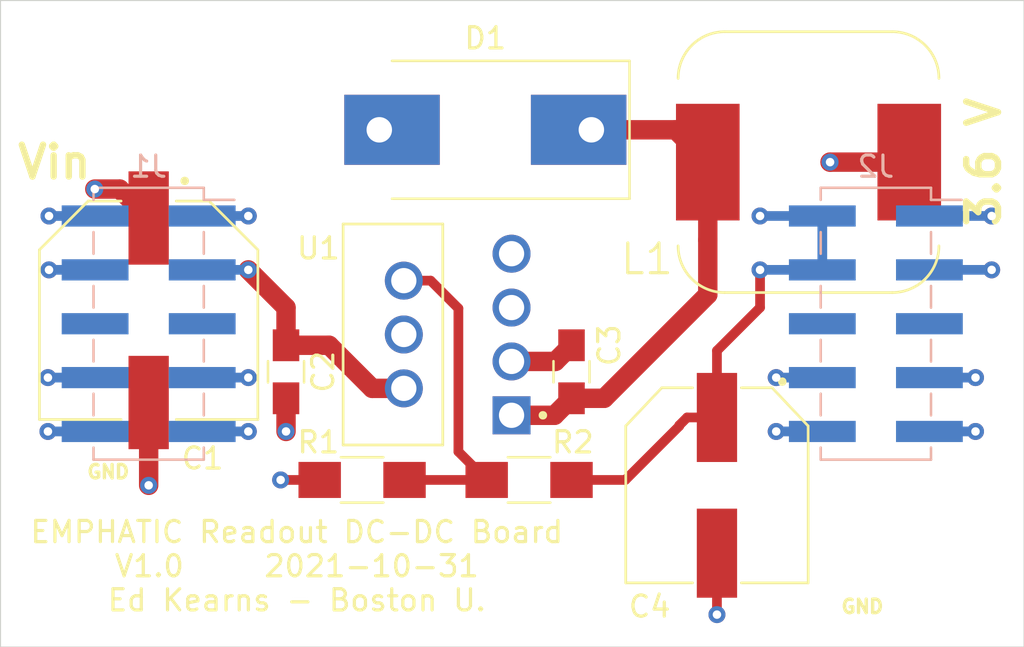
<source format=kicad_pcb>
(kicad_pcb (version 20171130) (host pcbnew "(5.1.5-0-10_14)")

  (general
    (thickness 1.6)
    (drawings 9)
    (tracks 77)
    (zones 0)
    (modules 11)
    (nets 12)
  )

  (page A4)
  (layers
    (0 F.Cu signal)
    (1 In1.Cu signal hide)
    (2 In2.Cu signal)
    (31 B.Cu signal)
    (32 B.Adhes user)
    (33 F.Adhes user)
    (34 B.Paste user)
    (35 F.Paste user)
    (36 B.SilkS user)
    (37 F.SilkS user)
    (38 B.Mask user)
    (39 F.Mask user)
    (40 Dwgs.User user hide)
    (41 Cmts.User user hide)
    (42 Eco1.User user hide)
    (43 Eco2.User user hide)
    (44 Edge.Cuts user)
    (45 Margin user)
    (46 B.CrtYd user hide)
    (47 F.CrtYd user hide)
    (48 B.Fab user hide)
    (49 F.Fab user hide)
  )

  (setup
    (last_trace_width 0.25)
    (user_trace_width 0.4572)
    (user_trace_width 0.9144)
    (trace_clearance 0.2)
    (zone_clearance 0.508)
    (zone_45_only no)
    (trace_min 0.2)
    (via_size 0.8)
    (via_drill 0.4)
    (via_min_size 0.4)
    (via_min_drill 0.3)
    (uvia_size 0.3)
    (uvia_drill 0.1)
    (uvias_allowed no)
    (uvia_min_size 0.2)
    (uvia_min_drill 0.1)
    (edge_width 0.05)
    (segment_width 0.2)
    (pcb_text_width 0.3)
    (pcb_text_size 1.5 1.5)
    (mod_edge_width 0.12)
    (mod_text_size 1 1)
    (mod_text_width 0.15)
    (pad_size 1.524 1.524)
    (pad_drill 0.762)
    (pad_to_mask_clearance 0)
    (aux_axis_origin 0 0)
    (visible_elements FFFFFF7F)
    (pcbplotparams
      (layerselection 0x010fc_ffffffff)
      (usegerberextensions true)
      (usegerberattributes false)
      (usegerberadvancedattributes false)
      (creategerberjobfile false)
      (excludeedgelayer true)
      (linewidth 0.100000)
      (plotframeref false)
      (viasonmask false)
      (mode 1)
      (useauxorigin false)
      (hpglpennumber 1)
      (hpglpenspeed 20)
      (hpglpendiameter 15.000000)
      (psnegative false)
      (psa4output false)
      (plotreference true)
      (plotvalue false)
      (plotinvisibletext false)
      (padsonsilk false)
      (subtractmaskfromsilk true)
      (outputformat 1)
      (mirror false)
      (drillshape 0)
      (scaleselection 1)
      (outputdirectory "GERBER/"))
  )

  (net 0 "")
  (net 1 "Net-(C1-Pad1)")
  (net 2 GND)
  (net 3 "Net-(C3-Pad1)")
  (net 4 "Net-(C3-Pad2)")
  (net 5 "Net-(C4-Pad1)")
  (net 6 "Net-(J1-Pad6)")
  (net 7 "Net-(J1-Pad5)")
  (net 8 "Net-(J2-Pad5)")
  (net 9 "Net-(J2-Pad6)")
  (net 10 "Net-(R1-Pad2)")
  (net 11 "Net-(U1-Pad7)")

  (net_class Default "This is the default net class."
    (clearance 0.2)
    (trace_width 0.25)
    (via_dia 0.8)
    (via_drill 0.4)
    (uvia_dia 0.3)
    (uvia_drill 0.1)
    (add_net GND)
    (add_net "Net-(C1-Pad1)")
    (add_net "Net-(C3-Pad1)")
    (add_net "Net-(C3-Pad2)")
    (add_net "Net-(C4-Pad1)")
    (add_net "Net-(J1-Pad5)")
    (add_net "Net-(J1-Pad6)")
    (add_net "Net-(J2-Pad5)")
    (add_net "Net-(J2-Pad6)")
    (add_net "Net-(R1-Pad2)")
    (add_net "Net-(U1-Pad7)")
  )

  (module MSS1210-153MEB:IND_MSS1210-153MEB (layer F.Cu) (tedit 6178F63D) (tstamp 6178DA0B)
    (at 114.3 104.14 270)
    (path /6178ECAB)
    (fp_text reference L1 (at 4.572 7.62 180) (layer F.SilkS)
      (effects (font (size 1.402717 1.402717) (thickness 0.15)))
    )
    (fp_text value "15 uH" (at 10.93196 8.51674 90) (layer F.Fab) hide
      (effects (font (size 1.401276 1.401276) (thickness 0.15)))
    )
    (fp_line (start 6.4 -6.5) (end -6.4 -6.5) (layer F.CrtYd) (width 0.05))
    (fp_line (start 6.4 6.5) (end 6.4 -6.5) (layer F.CrtYd) (width 0.05))
    (fp_line (start -6.4 6.5) (end 6.4 6.5) (layer F.CrtYd) (width 0.05))
    (fp_line (start -6.4 -6.5) (end -6.4 6.5) (layer F.CrtYd) (width 0.05))
    (fp_line (start -6.15 3.95) (end -6.15 -3.95) (layer F.SilkS) (width 0.127))
    (fp_line (start 6.15 -3.95) (end 6.15 3.95) (layer F.SilkS) (width 0.127))
    (fp_arc (start -3.95 3.95) (end -6.15 3.95) (angle -90) (layer F.SilkS) (width 0.127))
    (fp_arc (start 3.95 3.95) (end 3.95 6.15) (angle -90) (layer F.SilkS) (width 0.127))
    (fp_arc (start 3.95 -3.95) (end 6.15 -3.95) (angle -90) (layer F.SilkS) (width 0.127))
    (fp_arc (start -3.95 -3.95) (end -3.95 -6.15) (angle -90) (layer F.SilkS) (width 0.127))
    (fp_arc (start -3.95 3.95) (end -6.15 3.95) (angle -90) (layer F.Fab) (width 0.127))
    (fp_arc (start 3.95 3.95) (end 3.95 6.15) (angle -90) (layer F.Fab) (width 0.127))
    (fp_arc (start 3.95 -3.95) (end 6.15 -3.95) (angle -90) (layer F.Fab) (width 0.127))
    (fp_arc (start -3.95 -3.95) (end -3.95 -6.15) (angle -90) (layer F.Fab) (width 0.127))
    (fp_line (start -6.15 3.95) (end -6.15 -3.95) (layer F.Fab) (width 0.127))
    (fp_line (start 3.95 6.15) (end -3.95 6.15) (layer F.Fab) (width 0.127))
    (fp_line (start 6.15 -3.95) (end 6.15 3.95) (layer F.Fab) (width 0.127))
    (fp_line (start -3.95 -6.15) (end 3.95 -6.15) (layer F.Fab) (width 0.127))
    (pad 2 smd rect (at 0 4.75 270) (size 5.5 3) (layers F.Cu F.Paste F.Mask)
      (net 3 "Net-(C3-Pad1)"))
    (pad 1 smd rect (at 0 -4.75 270) (size 5.5 3) (layers F.Cu F.Paste F.Mask)
      (net 5 "Net-(C4-Pad1)"))
  )

  (module Pin_Headers:Pin_Header_Straight_2x05_Pitch2.54mm_SMD (layer B.Cu) (tedit 59650532) (tstamp 6178E86A)
    (at 83.185 111.76 180)
    (descr "surface-mounted straight pin header, 2x05, 2.54mm pitch, double rows")
    (tags "Surface mounted pin header SMD 2x05 2.54mm double row")
    (path /6179C249)
    (attr smd)
    (fp_text reference J1 (at 0 7.41 180) (layer B.SilkS)
      (effects (font (size 1 1) (thickness 0.15)) (justify mirror))
    )
    (fp_text value Conn_02x05_Odd_Even (at 0 -7.41 180) (layer B.Fab) hide
      (effects (font (size 1 1) (thickness 0.15)) (justify mirror))
    )
    (fp_line (start 2.54 -6.35) (end -2.54 -6.35) (layer B.Fab) (width 0.1))
    (fp_line (start -1.59 6.35) (end 2.54 6.35) (layer B.Fab) (width 0.1))
    (fp_line (start -2.54 -6.35) (end -2.54 5.4) (layer B.Fab) (width 0.1))
    (fp_line (start -2.54 5.4) (end -1.59 6.35) (layer B.Fab) (width 0.1))
    (fp_line (start 2.54 6.35) (end 2.54 -6.35) (layer B.Fab) (width 0.1))
    (fp_line (start -2.54 5.4) (end -3.6 5.4) (layer B.Fab) (width 0.1))
    (fp_line (start -3.6 5.4) (end -3.6 4.76) (layer B.Fab) (width 0.1))
    (fp_line (start -3.6 4.76) (end -2.54 4.76) (layer B.Fab) (width 0.1))
    (fp_line (start 2.54 5.4) (end 3.6 5.4) (layer B.Fab) (width 0.1))
    (fp_line (start 3.6 5.4) (end 3.6 4.76) (layer B.Fab) (width 0.1))
    (fp_line (start 3.6 4.76) (end 2.54 4.76) (layer B.Fab) (width 0.1))
    (fp_line (start -2.54 2.86) (end -3.6 2.86) (layer B.Fab) (width 0.1))
    (fp_line (start -3.6 2.86) (end -3.6 2.22) (layer B.Fab) (width 0.1))
    (fp_line (start -3.6 2.22) (end -2.54 2.22) (layer B.Fab) (width 0.1))
    (fp_line (start 2.54 2.86) (end 3.6 2.86) (layer B.Fab) (width 0.1))
    (fp_line (start 3.6 2.86) (end 3.6 2.22) (layer B.Fab) (width 0.1))
    (fp_line (start 3.6 2.22) (end 2.54 2.22) (layer B.Fab) (width 0.1))
    (fp_line (start -2.54 0.32) (end -3.6 0.32) (layer B.Fab) (width 0.1))
    (fp_line (start -3.6 0.32) (end -3.6 -0.32) (layer B.Fab) (width 0.1))
    (fp_line (start -3.6 -0.32) (end -2.54 -0.32) (layer B.Fab) (width 0.1))
    (fp_line (start 2.54 0.32) (end 3.6 0.32) (layer B.Fab) (width 0.1))
    (fp_line (start 3.6 0.32) (end 3.6 -0.32) (layer B.Fab) (width 0.1))
    (fp_line (start 3.6 -0.32) (end 2.54 -0.32) (layer B.Fab) (width 0.1))
    (fp_line (start -2.54 -2.22) (end -3.6 -2.22) (layer B.Fab) (width 0.1))
    (fp_line (start -3.6 -2.22) (end -3.6 -2.86) (layer B.Fab) (width 0.1))
    (fp_line (start -3.6 -2.86) (end -2.54 -2.86) (layer B.Fab) (width 0.1))
    (fp_line (start 2.54 -2.22) (end 3.6 -2.22) (layer B.Fab) (width 0.1))
    (fp_line (start 3.6 -2.22) (end 3.6 -2.86) (layer B.Fab) (width 0.1))
    (fp_line (start 3.6 -2.86) (end 2.54 -2.86) (layer B.Fab) (width 0.1))
    (fp_line (start -2.54 -4.76) (end -3.6 -4.76) (layer B.Fab) (width 0.1))
    (fp_line (start -3.6 -4.76) (end -3.6 -5.4) (layer B.Fab) (width 0.1))
    (fp_line (start -3.6 -5.4) (end -2.54 -5.4) (layer B.Fab) (width 0.1))
    (fp_line (start 2.54 -4.76) (end 3.6 -4.76) (layer B.Fab) (width 0.1))
    (fp_line (start 3.6 -4.76) (end 3.6 -5.4) (layer B.Fab) (width 0.1))
    (fp_line (start 3.6 -5.4) (end 2.54 -5.4) (layer B.Fab) (width 0.1))
    (fp_line (start -2.6 6.41) (end 2.6 6.41) (layer B.SilkS) (width 0.12))
    (fp_line (start -2.6 -6.41) (end 2.6 -6.41) (layer B.SilkS) (width 0.12))
    (fp_line (start -4.04 5.84) (end -2.6 5.84) (layer B.SilkS) (width 0.12))
    (fp_line (start -2.6 6.41) (end -2.6 5.84) (layer B.SilkS) (width 0.12))
    (fp_line (start 2.6 6.41) (end 2.6 5.84) (layer B.SilkS) (width 0.12))
    (fp_line (start -2.6 -5.84) (end -2.6 -6.41) (layer B.SilkS) (width 0.12))
    (fp_line (start 2.6 -5.84) (end 2.6 -6.41) (layer B.SilkS) (width 0.12))
    (fp_line (start -2.6 4.32) (end -2.6 3.3) (layer B.SilkS) (width 0.12))
    (fp_line (start 2.6 4.32) (end 2.6 3.3) (layer B.SilkS) (width 0.12))
    (fp_line (start -2.6 1.78) (end -2.6 0.76) (layer B.SilkS) (width 0.12))
    (fp_line (start 2.6 1.78) (end 2.6 0.76) (layer B.SilkS) (width 0.12))
    (fp_line (start -2.6 -0.76) (end -2.6 -1.78) (layer B.SilkS) (width 0.12))
    (fp_line (start 2.6 -0.76) (end 2.6 -1.78) (layer B.SilkS) (width 0.12))
    (fp_line (start -2.6 -3.3) (end -2.6 -4.32) (layer B.SilkS) (width 0.12))
    (fp_line (start 2.6 -3.3) (end 2.6 -4.32) (layer B.SilkS) (width 0.12))
    (fp_line (start -5.9 6.85) (end -5.9 -6.85) (layer B.CrtYd) (width 0.05))
    (fp_line (start -5.9 -6.85) (end 5.9 -6.85) (layer B.CrtYd) (width 0.05))
    (fp_line (start 5.9 -6.85) (end 5.9 6.85) (layer B.CrtYd) (width 0.05))
    (fp_line (start 5.9 6.85) (end -5.9 6.85) (layer B.CrtYd) (width 0.05))
    (fp_text user %R (at 0 0 90) (layer B.Fab)
      (effects (font (size 1 1) (thickness 0.15)) (justify mirror))
    )
    (pad 1 smd rect (at -2.525 5.08 180) (size 3.15 1) (layers B.Cu B.Paste B.Mask)
      (net 1 "Net-(C1-Pad1)"))
    (pad 2 smd rect (at 2.525 5.08 180) (size 3.15 1) (layers B.Cu B.Paste B.Mask)
      (net 1 "Net-(C1-Pad1)"))
    (pad 3 smd rect (at -2.525 2.54 180) (size 3.15 1) (layers B.Cu B.Paste B.Mask)
      (net 1 "Net-(C1-Pad1)"))
    (pad 4 smd rect (at 2.525 2.54 180) (size 3.15 1) (layers B.Cu B.Paste B.Mask)
      (net 1 "Net-(C1-Pad1)"))
    (pad 5 smd rect (at -2.525 0 180) (size 3.15 1) (layers B.Cu B.Paste B.Mask)
      (net 7 "Net-(J1-Pad5)"))
    (pad 6 smd rect (at 2.525 0 180) (size 3.15 1) (layers B.Cu B.Paste B.Mask)
      (net 6 "Net-(J1-Pad6)"))
    (pad 7 smd rect (at -2.525 -2.54 180) (size 3.15 1) (layers B.Cu B.Paste B.Mask)
      (net 2 GND))
    (pad 8 smd rect (at 2.525 -2.54 180) (size 3.15 1) (layers B.Cu B.Paste B.Mask)
      (net 2 GND))
    (pad 9 smd rect (at -2.525 -5.08 180) (size 3.15 1) (layers B.Cu B.Paste B.Mask)
      (net 2 GND))
    (pad 10 smd rect (at 2.525 -5.08 180) (size 3.15 1) (layers B.Cu B.Paste B.Mask)
      (net 2 GND))
    (model ${KISYS3DMOD}/Pin_Headers.3dshapes/Pin_Header_Straight_2x05_Pitch2.54mm_SMD.wrl
      (at (xyz 0 0 0))
      (scale (xyz 1 1 1))
      (rotate (xyz 0 0 0))
    )
  )

  (module 35SVPF120M:CAP_35SVPF120M (layer F.Cu) (tedit 6178C7E3) (tstamp 6178F2F2)
    (at 83.185 111.125 270)
    (path /61793113)
    (fp_text reference C1 (at 6.985 -2.54 180) (layer F.SilkS)
      (effects (font (size 1 1) (thickness 0.15)))
    )
    (fp_text value "120 uF" (at 5.89 6.889 90) (layer F.Fab) hide
      (effects (font (size 1 1) (thickness 0.15)))
    )
    (fp_circle (center -6.1 -1.7) (end -6 -1.7) (layer F.Fab) (width 0.2))
    (fp_circle (center -6.1 -1.7) (end -6 -1.7) (layer F.SilkS) (width 0.2))
    (fp_line (start -6.8 1.2) (end -6.8 -1.2) (layer F.CrtYd) (width 0.05))
    (fp_line (start -5.4 1.2) (end -6.8 1.2) (layer F.CrtYd) (width 0.05))
    (fp_line (start -5.4 2.975) (end -5.4 1.2) (layer F.CrtYd) (width 0.05))
    (fp_line (start -2.975 5.4) (end -5.4 2.975) (layer F.CrtYd) (width 0.05))
    (fp_line (start 5.4 5.4) (end -2.975 5.4) (layer F.CrtYd) (width 0.05))
    (fp_line (start 5.4 1.2) (end 5.4 5.4) (layer F.CrtYd) (width 0.05))
    (fp_line (start 6.8 1.2) (end 5.4 1.2) (layer F.CrtYd) (width 0.05))
    (fp_line (start 6.8 -1.2) (end 6.8 1.2) (layer F.CrtYd) (width 0.05))
    (fp_line (start 5.4 -1.2) (end 6.8 -1.2) (layer F.CrtYd) (width 0.05))
    (fp_line (start 5.4 -5.4) (end 5.4 -1.2) (layer F.CrtYd) (width 0.05))
    (fp_line (start -2.975 -5.4) (end 5.4 -5.4) (layer F.CrtYd) (width 0.05))
    (fp_line (start -5.4 -2.975) (end -2.975 -5.4) (layer F.CrtYd) (width 0.05))
    (fp_line (start -5.4 -1.2) (end -5.4 -2.975) (layer F.CrtYd) (width 0.05))
    (fp_line (start -6.8 -1.2) (end -5.4 -1.2) (layer F.CrtYd) (width 0.05))
    (fp_line (start -5.15 2.85) (end -5.15 1.3) (layer F.SilkS) (width 0.127))
    (fp_line (start -2.85 5.15) (end -5.15 2.85) (layer F.SilkS) (width 0.127))
    (fp_line (start 5.15 5.15) (end -2.85 5.15) (layer F.SilkS) (width 0.127))
    (fp_line (start 5.15 1.3) (end 5.15 5.15) (layer F.SilkS) (width 0.127))
    (fp_line (start 5.15 -5.15) (end 5.15 -1.3) (layer F.SilkS) (width 0.127))
    (fp_line (start -2.85 -5.15) (end 5.15 -5.15) (layer F.SilkS) (width 0.127))
    (fp_line (start -5.15 -2.85) (end -2.85 -5.15) (layer F.SilkS) (width 0.127))
    (fp_line (start -5.15 -1.3) (end -5.15 -2.85) (layer F.SilkS) (width 0.127))
    (fp_line (start 5.15 -5.15) (end 5.15 5.15) (layer F.Fab) (width 0.127))
    (fp_line (start -2.85 -5.15) (end 5.15 -5.15) (layer F.Fab) (width 0.127))
    (fp_line (start -5.15 -2.85) (end -2.85 -5.15) (layer F.Fab) (width 0.127))
    (fp_line (start -5.15 2.85) (end -5.15 -2.85) (layer F.Fab) (width 0.127))
    (fp_line (start -2.85 5.15) (end -5.15 2.85) (layer F.Fab) (width 0.127))
    (fp_line (start 5.15 5.15) (end -2.85 5.15) (layer F.Fab) (width 0.127))
    (pad 2 smd rect (at 4.35 0 270) (size 4.4 1.9) (layers F.Cu F.Paste F.Mask)
      (net 2 GND))
    (pad 1 smd rect (at -4.35 0 270) (size 4.4 1.9) (layers F.Cu F.Paste F.Mask)
      (net 1 "Net-(C1-Pad1)"))
  )

  (module Capacitors_SMD:C_0805_HandSoldering (layer F.Cu) (tedit 58AA84A8) (tstamp 6178F521)
    (at 89.662 114.026 270)
    (descr "Capacitor SMD 0805, hand soldering")
    (tags "capacitor 0805")
    (path /61791F5F)
    (attr smd)
    (fp_text reference C2 (at 0 -1.75 90) (layer F.SilkS)
      (effects (font (size 1 1) (thickness 0.15)))
    )
    (fp_text value "100 nF" (at 0 1.75 90) (layer F.Fab) hide
      (effects (font (size 1 1) (thickness 0.15)))
    )
    (fp_text user %R (at 0 -1.75 90) (layer F.Fab) hide
      (effects (font (size 1 1) (thickness 0.15)))
    )
    (fp_line (start -1 0.62) (end -1 -0.62) (layer F.Fab) (width 0.1))
    (fp_line (start 1 0.62) (end -1 0.62) (layer F.Fab) (width 0.1))
    (fp_line (start 1 -0.62) (end 1 0.62) (layer F.Fab) (width 0.1))
    (fp_line (start -1 -0.62) (end 1 -0.62) (layer F.Fab) (width 0.1))
    (fp_line (start 0.5 -0.85) (end -0.5 -0.85) (layer F.SilkS) (width 0.12))
    (fp_line (start -0.5 0.85) (end 0.5 0.85) (layer F.SilkS) (width 0.12))
    (fp_line (start -2.25 -0.88) (end 2.25 -0.88) (layer F.CrtYd) (width 0.05))
    (fp_line (start -2.25 -0.88) (end -2.25 0.87) (layer F.CrtYd) (width 0.05))
    (fp_line (start 2.25 0.87) (end 2.25 -0.88) (layer F.CrtYd) (width 0.05))
    (fp_line (start 2.25 0.87) (end -2.25 0.87) (layer F.CrtYd) (width 0.05))
    (pad 1 smd rect (at -1.25 0 270) (size 1.5 1.25) (layers F.Cu F.Paste F.Mask)
      (net 1 "Net-(C1-Pad1)"))
    (pad 2 smd rect (at 1.25 0 270) (size 1.5 1.25) (layers F.Cu F.Paste F.Mask)
      (net 2 GND))
    (model Capacitors_SMD.3dshapes/C_0805.wrl
      (at (xyz 0 0 0))
      (scale (xyz 1 1 1))
      (rotate (xyz 0 0 0))
    )
  )

  (module Capacitors_SMD:C_0805_HandSoldering (layer F.Cu) (tedit 58AA84A8) (tstamp 6178D93D)
    (at 103.124 114.026 90)
    (descr "Capacitor SMD 0805, hand soldering")
    (tags "capacitor 0805")
    (path /61793EC4)
    (attr smd)
    (fp_text reference C3 (at 1.25 1.778 90) (layer F.SilkS)
      (effects (font (size 1 1) (thickness 0.15)))
    )
    (fp_text value "10 nF" (at 0 1.75 90) (layer F.Fab) hide
      (effects (font (size 1 1) (thickness 0.15)))
    )
    (fp_text user %R (at 0 -1.75 90) (layer F.Fab) hide
      (effects (font (size 1 1) (thickness 0.15)))
    )
    (fp_line (start -1 0.62) (end -1 -0.62) (layer F.Fab) (width 0.1))
    (fp_line (start 1 0.62) (end -1 0.62) (layer F.Fab) (width 0.1))
    (fp_line (start 1 -0.62) (end 1 0.62) (layer F.Fab) (width 0.1))
    (fp_line (start -1 -0.62) (end 1 -0.62) (layer F.Fab) (width 0.1))
    (fp_line (start 0.5 -0.85) (end -0.5 -0.85) (layer F.SilkS) (width 0.12))
    (fp_line (start -0.5 0.85) (end 0.5 0.85) (layer F.SilkS) (width 0.12))
    (fp_line (start -2.25 -0.88) (end 2.25 -0.88) (layer F.CrtYd) (width 0.05))
    (fp_line (start -2.25 -0.88) (end -2.25 0.87) (layer F.CrtYd) (width 0.05))
    (fp_line (start 2.25 0.87) (end 2.25 -0.88) (layer F.CrtYd) (width 0.05))
    (fp_line (start 2.25 0.87) (end -2.25 0.87) (layer F.CrtYd) (width 0.05))
    (pad 1 smd rect (at -1.25 0 90) (size 1.5 1.25) (layers F.Cu F.Paste F.Mask)
      (net 3 "Net-(C3-Pad1)"))
    (pad 2 smd rect (at 1.25 0 90) (size 1.5 1.25) (layers F.Cu F.Paste F.Mask)
      (net 4 "Net-(C3-Pad2)"))
    (model Capacitors_SMD.3dshapes/C_0805.wrl
      (at (xyz 0 0 0))
      (scale (xyz 1 1 1))
      (rotate (xyz 0 0 0))
    )
  )

  (module 6SVPC330M:CAP_6SVPC330M (layer F.Cu) (tedit 6178C56F) (tstamp 6178D94D)
    (at 109.982 119.38 270)
    (path /61790F69)
    (fp_text reference C4 (at 5.715 3.175 180) (layer F.SilkS)
      (effects (font (size 1 1) (thickness 0.15)))
    )
    (fp_text value 330uF (at 0.04 5.4 90) (layer F.Fab) hide
      (effects (font (size 1 1) (thickness 0.15)))
    )
    (fp_line (start -4.6 -1.15) (end -4.6 -2.6) (layer F.SilkS) (width 0.127))
    (fp_line (start -4.6 -2.6) (end -2.8 -4.3) (layer F.SilkS) (width 0.127))
    (fp_line (start -2.8 -4.3) (end 4.6 -4.3) (layer F.SilkS) (width 0.127))
    (fp_line (start 4.6 -4.3) (end 4.6 -1.15) (layer F.SilkS) (width 0.127))
    (fp_line (start -4.6 1.15) (end -4.6 2.6) (layer F.SilkS) (width 0.127))
    (fp_line (start -4.6 2.6) (end -2.8 4.3) (layer F.SilkS) (width 0.127))
    (fp_line (start -2.8 4.3) (end 4.6 4.3) (layer F.SilkS) (width 0.127))
    (fp_line (start 4.6 4.3) (end 4.6 1.15) (layer F.SilkS) (width 0.127))
    (fp_circle (center -4.89 -3.08) (end -4.79 -3.08) (layer F.SilkS) (width 0.2))
    (fp_circle (center -4.89 -3.08) (end -4.79 -3.08) (layer F.Fab) (width 0.2))
    (pad 2 smd rect (at 3.2 0 270) (size 4.2 1.9) (layers F.Cu F.Paste F.Mask)
      (net 2 GND))
    (pad 1 smd rect (at -3.2 0 270) (size 4.2 1.9) (layers F.Cu F.Paste F.Mask)
      (net 5 "Net-(C4-Pad1)"))
  )

  (module Diodes_SMD:D_SMC-RM10_Universal_Handsoldering (layer F.Cu) (tedit 58643524) (tstamp 61807404)
    (at 99.06 102.616 180)
    (descr "Diode, Universal, SMC (DO-214AB), RM10, Handsoldering, SMD, Thruhole")
    (tags "Diode Universal SMC (DO-214AB) RM10 Handsoldering SMD Thruhole")
    (path /6179001E)
    (fp_text reference D1 (at 0 4.318) (layer F.SilkS)
      (effects (font (size 1 1) (thickness 0.15)))
    )
    (fp_text value Schottky,550mV,5A (at 0 4.3) (layer F.Fab) hide
      (effects (font (size 1 1) (thickness 0.15)))
    )
    (fp_text user %R (at 0 -1.7) (layer F.Fab) hide
      (effects (font (size 1 1) (thickness 0.15)))
    )
    (fp_line (start -6.8 3.25) (end -6.8 -3.25) (layer F.SilkS) (width 0.12))
    (fp_line (start 3.55 3.1) (end -3.55 3.1) (layer F.Fab) (width 0.1))
    (fp_line (start -3.55 3.1) (end -3.55 -3.1) (layer F.Fab) (width 0.1))
    (fp_line (start 3.55 -3.1) (end 3.55 3.1) (layer F.Fab) (width 0.1))
    (fp_line (start 3.55 -3.1) (end -3.55 -3.1) (layer F.Fab) (width 0.1))
    (fp_line (start -6.9 -3.35) (end 6.9 -3.35) (layer F.CrtYd) (width 0.05))
    (fp_line (start 6.9 -3.35) (end 6.9 3.35) (layer F.CrtYd) (width 0.05))
    (fp_line (start 6.9 3.35) (end -6.9 3.35) (layer F.CrtYd) (width 0.05))
    (fp_line (start -6.9 3.35) (end -6.9 -3.35) (layer F.CrtYd) (width 0.05))
    (fp_line (start -0.64944 0.00102) (end -1.55114 0.00102) (layer F.Fab) (width 0.1))
    (fp_line (start 0.50118 0.00102) (end 1.4994 0.00102) (layer F.Fab) (width 0.1))
    (fp_line (start -0.64944 -0.79908) (end -0.64944 0.80112) (layer F.Fab) (width 0.1))
    (fp_line (start 0.50118 0.75032) (end 0.50118 -0.79908) (layer F.Fab) (width 0.1))
    (fp_line (start -0.64944 0.00102) (end 0.50118 0.75032) (layer F.Fab) (width 0.1))
    (fp_line (start -0.64944 0.00102) (end 0.50118 -0.79908) (layer F.Fab) (width 0.1))
    (fp_line (start -6.8 3.25) (end 4.4 3.25) (layer F.SilkS) (width 0.12))
    (fp_line (start -6.8 -3.25) (end 4.4 -3.25) (layer F.SilkS) (width 0.12))
    (pad 1 thru_hole rect (at -5 0 180) (size 4.5 3.3) (drill 1.2 (offset 0.6 0)) (layers *.Cu *.Mask)
      (net 3 "Net-(C3-Pad1)"))
    (pad 2 thru_hole rect (at 5 0) (size 4.5 3.3) (drill 1.2 (offset 0.6 0)) (layers *.Cu *.Mask)
      (net 2 GND))
    (model ${KISYS3DMOD}/Diodes_SMD.3dshapes/D_SMC.wrl
      (at (xyz 0 0 0))
      (scale (xyz 1 1 1))
      (rotate (xyz 0 0 0))
    )
  )

  (module Pin_Headers:Pin_Header_Straight_2x05_Pitch2.54mm_SMD (layer B.Cu) (tedit 59650532) (tstamp 6178EA4A)
    (at 117.475 111.76 180)
    (descr "surface-mounted straight pin header, 2x05, 2.54mm pitch, double rows")
    (tags "Surface mounted pin header SMD 2x05 2.54mm double row")
    (path /6179D5EA)
    (attr smd)
    (fp_text reference J2 (at 0 7.41) (layer B.SilkS)
      (effects (font (size 1 1) (thickness 0.15)) (justify mirror))
    )
    (fp_text value Conn_02x05_Odd_Even (at 0 -7.41) (layer B.Fab) hide
      (effects (font (size 1 1) (thickness 0.15)) (justify mirror))
    )
    (fp_line (start 2.54 -6.35) (end -2.54 -6.35) (layer B.Fab) (width 0.1))
    (fp_line (start -1.59 6.35) (end 2.54 6.35) (layer B.Fab) (width 0.1))
    (fp_line (start -2.54 -6.35) (end -2.54 5.4) (layer B.Fab) (width 0.1))
    (fp_line (start -2.54 5.4) (end -1.59 6.35) (layer B.Fab) (width 0.1))
    (fp_line (start 2.54 6.35) (end 2.54 -6.35) (layer B.Fab) (width 0.1))
    (fp_line (start -2.54 5.4) (end -3.6 5.4) (layer B.Fab) (width 0.1))
    (fp_line (start -3.6 5.4) (end -3.6 4.76) (layer B.Fab) (width 0.1))
    (fp_line (start -3.6 4.76) (end -2.54 4.76) (layer B.Fab) (width 0.1))
    (fp_line (start 2.54 5.4) (end 3.6 5.4) (layer B.Fab) (width 0.1))
    (fp_line (start 3.6 5.4) (end 3.6 4.76) (layer B.Fab) (width 0.1))
    (fp_line (start 3.6 4.76) (end 2.54 4.76) (layer B.Fab) (width 0.1))
    (fp_line (start -2.54 2.86) (end -3.6 2.86) (layer B.Fab) (width 0.1))
    (fp_line (start -3.6 2.86) (end -3.6 2.22) (layer B.Fab) (width 0.1))
    (fp_line (start -3.6 2.22) (end -2.54 2.22) (layer B.Fab) (width 0.1))
    (fp_line (start 2.54 2.86) (end 3.6 2.86) (layer B.Fab) (width 0.1))
    (fp_line (start 3.6 2.86) (end 3.6 2.22) (layer B.Fab) (width 0.1))
    (fp_line (start 3.6 2.22) (end 2.54 2.22) (layer B.Fab) (width 0.1))
    (fp_line (start -2.54 0.32) (end -3.6 0.32) (layer B.Fab) (width 0.1))
    (fp_line (start -3.6 0.32) (end -3.6 -0.32) (layer B.Fab) (width 0.1))
    (fp_line (start -3.6 -0.32) (end -2.54 -0.32) (layer B.Fab) (width 0.1))
    (fp_line (start 2.54 0.32) (end 3.6 0.32) (layer B.Fab) (width 0.1))
    (fp_line (start 3.6 0.32) (end 3.6 -0.32) (layer B.Fab) (width 0.1))
    (fp_line (start 3.6 -0.32) (end 2.54 -0.32) (layer B.Fab) (width 0.1))
    (fp_line (start -2.54 -2.22) (end -3.6 -2.22) (layer B.Fab) (width 0.1))
    (fp_line (start -3.6 -2.22) (end -3.6 -2.86) (layer B.Fab) (width 0.1))
    (fp_line (start -3.6 -2.86) (end -2.54 -2.86) (layer B.Fab) (width 0.1))
    (fp_line (start 2.54 -2.22) (end 3.6 -2.22) (layer B.Fab) (width 0.1))
    (fp_line (start 3.6 -2.22) (end 3.6 -2.86) (layer B.Fab) (width 0.1))
    (fp_line (start 3.6 -2.86) (end 2.54 -2.86) (layer B.Fab) (width 0.1))
    (fp_line (start -2.54 -4.76) (end -3.6 -4.76) (layer B.Fab) (width 0.1))
    (fp_line (start -3.6 -4.76) (end -3.6 -5.4) (layer B.Fab) (width 0.1))
    (fp_line (start -3.6 -5.4) (end -2.54 -5.4) (layer B.Fab) (width 0.1))
    (fp_line (start 2.54 -4.76) (end 3.6 -4.76) (layer B.Fab) (width 0.1))
    (fp_line (start 3.6 -4.76) (end 3.6 -5.4) (layer B.Fab) (width 0.1))
    (fp_line (start 3.6 -5.4) (end 2.54 -5.4) (layer B.Fab) (width 0.1))
    (fp_line (start -2.6 6.41) (end 2.6 6.41) (layer B.SilkS) (width 0.12))
    (fp_line (start -2.6 -6.41) (end 2.6 -6.41) (layer B.SilkS) (width 0.12))
    (fp_line (start -4.04 5.84) (end -2.6 5.84) (layer B.SilkS) (width 0.12))
    (fp_line (start -2.6 6.41) (end -2.6 5.84) (layer B.SilkS) (width 0.12))
    (fp_line (start 2.6 6.41) (end 2.6 5.84) (layer B.SilkS) (width 0.12))
    (fp_line (start -2.6 -5.84) (end -2.6 -6.41) (layer B.SilkS) (width 0.12))
    (fp_line (start 2.6 -5.84) (end 2.6 -6.41) (layer B.SilkS) (width 0.12))
    (fp_line (start -2.6 4.32) (end -2.6 3.3) (layer B.SilkS) (width 0.12))
    (fp_line (start 2.6 4.32) (end 2.6 3.3) (layer B.SilkS) (width 0.12))
    (fp_line (start -2.6 1.78) (end -2.6 0.76) (layer B.SilkS) (width 0.12))
    (fp_line (start 2.6 1.78) (end 2.6 0.76) (layer B.SilkS) (width 0.12))
    (fp_line (start -2.6 -0.76) (end -2.6 -1.78) (layer B.SilkS) (width 0.12))
    (fp_line (start 2.6 -0.76) (end 2.6 -1.78) (layer B.SilkS) (width 0.12))
    (fp_line (start -2.6 -3.3) (end -2.6 -4.32) (layer B.SilkS) (width 0.12))
    (fp_line (start 2.6 -3.3) (end 2.6 -4.32) (layer B.SilkS) (width 0.12))
    (fp_line (start -5.9 6.85) (end -5.9 -6.85) (layer B.CrtYd) (width 0.05))
    (fp_line (start -5.9 -6.85) (end 5.9 -6.85) (layer B.CrtYd) (width 0.05))
    (fp_line (start 5.9 -6.85) (end 5.9 6.85) (layer B.CrtYd) (width 0.05))
    (fp_line (start 5.9 6.85) (end -5.9 6.85) (layer B.CrtYd) (width 0.05))
    (fp_text user %R (at 0 0 270) (layer B.Fab)
      (effects (font (size 1 1) (thickness 0.15)) (justify mirror))
    )
    (pad 1 smd rect (at -2.525 5.08 180) (size 3.15 1) (layers B.Cu B.Paste B.Mask)
      (net 5 "Net-(C4-Pad1)"))
    (pad 2 smd rect (at 2.525 5.08 180) (size 3.15 1) (layers B.Cu B.Paste B.Mask)
      (net 5 "Net-(C4-Pad1)"))
    (pad 3 smd rect (at -2.525 2.54 180) (size 3.15 1) (layers B.Cu B.Paste B.Mask)
      (net 5 "Net-(C4-Pad1)"))
    (pad 4 smd rect (at 2.525 2.54 180) (size 3.15 1) (layers B.Cu B.Paste B.Mask)
      (net 5 "Net-(C4-Pad1)"))
    (pad 5 smd rect (at -2.525 0 180) (size 3.15 1) (layers B.Cu B.Paste B.Mask)
      (net 8 "Net-(J2-Pad5)"))
    (pad 6 smd rect (at 2.525 0 180) (size 3.15 1) (layers B.Cu B.Paste B.Mask)
      (net 9 "Net-(J2-Pad6)"))
    (pad 7 smd rect (at -2.525 -2.54 180) (size 3.15 1) (layers B.Cu B.Paste B.Mask)
      (net 2 GND))
    (pad 8 smd rect (at 2.525 -2.54 180) (size 3.15 1) (layers B.Cu B.Paste B.Mask)
      (net 2 GND))
    (pad 9 smd rect (at -2.525 -5.08 180) (size 3.15 1) (layers B.Cu B.Paste B.Mask)
      (net 2 GND))
    (pad 10 smd rect (at 2.525 -5.08 180) (size 3.15 1) (layers B.Cu B.Paste B.Mask)
      (net 2 GND))
    (model ${KISYS3DMOD}/Pin_Headers.3dshapes/Pin_Header_Straight_2x05_Pitch2.54mm_SMD.wrl
      (at (xyz 0 0 0))
      (scale (xyz 1 1 1))
      (rotate (xyz 0 0 0))
    )
  )

  (module Resistors_SMD:R_1206_HandSoldering (layer F.Cu) (tedit 58E0A804) (tstamp 6178DA1C)
    (at 93.25 119.126)
    (descr "Resistor SMD 1206, hand soldering")
    (tags "resistor 1206")
    (path /6178DED4)
    (attr smd)
    (fp_text reference R1 (at -2.064 -1.778) (layer F.SilkS)
      (effects (font (size 1 1) (thickness 0.15)))
    )
    (fp_text value 1K (at 0 1.9) (layer F.Fab) hide
      (effects (font (size 1 1) (thickness 0.15)))
    )
    (fp_text user %R (at 0 0) (layer F.Fab) hide
      (effects (font (size 0.7 0.7) (thickness 0.105)))
    )
    (fp_line (start -1.6 0.8) (end -1.6 -0.8) (layer F.Fab) (width 0.1))
    (fp_line (start 1.6 0.8) (end -1.6 0.8) (layer F.Fab) (width 0.1))
    (fp_line (start 1.6 -0.8) (end 1.6 0.8) (layer F.Fab) (width 0.1))
    (fp_line (start -1.6 -0.8) (end 1.6 -0.8) (layer F.Fab) (width 0.1))
    (fp_line (start 1 1.07) (end -1 1.07) (layer F.SilkS) (width 0.12))
    (fp_line (start -1 -1.07) (end 1 -1.07) (layer F.SilkS) (width 0.12))
    (fp_line (start -3.25 -1.11) (end 3.25 -1.11) (layer F.CrtYd) (width 0.05))
    (fp_line (start -3.25 -1.11) (end -3.25 1.1) (layer F.CrtYd) (width 0.05))
    (fp_line (start 3.25 1.1) (end 3.25 -1.11) (layer F.CrtYd) (width 0.05))
    (fp_line (start 3.25 1.1) (end -3.25 1.1) (layer F.CrtYd) (width 0.05))
    (pad 1 smd rect (at -2 0) (size 2 1.7) (layers F.Cu F.Paste F.Mask)
      (net 2 GND))
    (pad 2 smd rect (at 2 0) (size 2 1.7) (layers F.Cu F.Paste F.Mask)
      (net 10 "Net-(R1-Pad2)"))
    (model ${KISYS3DMOD}/Resistors_SMD.3dshapes/R_1206.wrl
      (at (xyz 0 0 0))
      (scale (xyz 1 1 1))
      (rotate (xyz 0 0 0))
    )
  )

  (module Resistors_SMD:R_1206_HandSoldering (layer F.Cu) (tedit 58E0A804) (tstamp 617E53F0)
    (at 101.124 119.126 180)
    (descr "Resistor SMD 1206, hand soldering")
    (tags "resistor 1206")
    (path /6178D1FA)
    (attr smd)
    (fp_text reference R2 (at -2.064 1.778) (layer F.SilkS)
      (effects (font (size 1 1) (thickness 0.15)))
    )
    (fp_text value 1.96K (at 0 1.9) (layer F.Fab) hide
      (effects (font (size 1 1) (thickness 0.15)))
    )
    (fp_text user %R (at 0 0) (layer F.Fab) hide
      (effects (font (size 0.7 0.7) (thickness 0.105)))
    )
    (fp_line (start -1.6 0.8) (end -1.6 -0.8) (layer F.Fab) (width 0.1))
    (fp_line (start 1.6 0.8) (end -1.6 0.8) (layer F.Fab) (width 0.1))
    (fp_line (start 1.6 -0.8) (end 1.6 0.8) (layer F.Fab) (width 0.1))
    (fp_line (start -1.6 -0.8) (end 1.6 -0.8) (layer F.Fab) (width 0.1))
    (fp_line (start 1 1.07) (end -1 1.07) (layer F.SilkS) (width 0.12))
    (fp_line (start -1 -1.07) (end 1 -1.07) (layer F.SilkS) (width 0.12))
    (fp_line (start -3.25 -1.11) (end 3.25 -1.11) (layer F.CrtYd) (width 0.05))
    (fp_line (start -3.25 -1.11) (end -3.25 1.1) (layer F.CrtYd) (width 0.05))
    (fp_line (start 3.25 1.1) (end 3.25 -1.11) (layer F.CrtYd) (width 0.05))
    (fp_line (start 3.25 1.1) (end -3.25 1.1) (layer F.CrtYd) (width 0.05))
    (pad 1 smd rect (at -2 0 180) (size 2 1.7) (layers F.Cu F.Paste F.Mask)
      (net 5 "Net-(C4-Pad1)"))
    (pad 2 smd rect (at 2 0 180) (size 2 1.7) (layers F.Cu F.Paste F.Mask)
      (net 10 "Net-(R1-Pad2)"))
    (model ${KISYS3DMOD}/Resistors_SMD.3dshapes/R_1206.wrl
      (at (xyz 0 0 0))
      (scale (xyz 1 1 1))
      (rotate (xyz 0 0 0))
    )
  )

  (module LM2678T-12:TO127P1041X469X2089-7 (layer F.Cu) (tedit 617870F7) (tstamp 61806B21)
    (at 96.774 112.268 90)
    (path /617C7493)
    (fp_text reference U1 (at 4.064 -5.588 180) (layer F.SilkS)
      (effects (font (size 1 1) (thickness 0.15)))
    )
    (fp_text value LM2678T-12 (at 8.335 6.135 90) (layer F.Fab) hide
      (effects (font (size 1 1) (thickness 0.15)))
    )
    (fp_circle (center -3.81 5) (end -3.71 5) (layer F.Fab) (width 0.2))
    (fp_circle (center -3.81 5) (end -3.71 5) (layer F.SilkS) (width 0.2))
    (fp_line (start -5.53 4.67) (end -5.53 -4.67) (layer F.CrtYd) (width 0.05))
    (fp_line (start 5.53 4.67) (end -5.53 4.67) (layer F.CrtYd) (width 0.05))
    (fp_line (start 5.53 -4.67) (end 5.53 4.67) (layer F.CrtYd) (width 0.05))
    (fp_line (start -5.53 -4.67) (end 5.53 -4.67) (layer F.CrtYd) (width 0.05))
    (fp_line (start -5.21 -4.42) (end -5.21 0.28) (layer F.Fab) (width 0.127))
    (fp_line (start 5.21 -4.42) (end -5.21 -4.42) (layer F.Fab) (width 0.127))
    (fp_line (start 5.21 0.28) (end 5.21 -4.42) (layer F.Fab) (width 0.127))
    (fp_line (start -5.21 0.28) (end 5.21 0.28) (layer F.Fab) (width 0.127))
    (fp_line (start -5.21 -4.42) (end -5.21 0.28) (layer F.SilkS) (width 0.127))
    (fp_line (start 5.21 -4.42) (end -5.21 -4.42) (layer F.SilkS) (width 0.127))
    (fp_line (start 5.21 0.28) (end 5.21 -4.42) (layer F.SilkS) (width 0.127))
    (fp_line (start -5.21 0.28) (end 5.21 0.28) (layer F.SilkS) (width 0.127))
    (pad 7 thru_hole circle (at 3.81 3.5225 90) (size 1.79 1.79) (drill 1.19) (layers *.Cu *.Mask)
      (net 11 "Net-(U1-Pad7)"))
    (pad 6 thru_hole circle (at 2.54 -1.5575 90) (size 1.79 1.79) (drill 1.19) (layers *.Cu *.Mask)
      (net 10 "Net-(R1-Pad2)"))
    (pad 5 thru_hole circle (at 1.27 3.5225 90) (size 1.79 1.79) (drill 1.19) (layers *.Cu *.Mask))
    (pad 4 thru_hole circle (at 0 -1.5575 90) (size 1.79 1.79) (drill 1.19) (layers *.Cu *.Mask)
      (net 2 GND))
    (pad 3 thru_hole circle (at -1.27 3.5225 90) (size 1.79 1.79) (drill 1.19) (layers *.Cu *.Mask)
      (net 4 "Net-(C3-Pad2)"))
    (pad 2 thru_hole circle (at -2.54 -1.5575 90) (size 1.79 1.79) (drill 1.19) (layers *.Cu *.Mask)
      (net 1 "Net-(C1-Pad1)"))
    (pad 1 thru_hole rect (at -3.81 3.5225 90) (size 1.79 1.79) (drill 1.19) (layers *.Cu *.Mask)
      (net 3 "Net-(C3-Pad1)"))
  )

  (gr_text GND (at 116.84 125.095) (layer F.SilkS)
    (effects (font (size 0.635 0.635) (thickness 0.15875)))
  )
  (gr_text GND (at 81.28 118.745) (layer F.SilkS)
    (effects (font (size 0.635 0.635) (thickness 0.15875)))
  )
  (gr_text Vin (at 78.74 104.14) (layer F.SilkS)
    (effects (font (size 1.5 1.5) (thickness 0.3)))
  )
  (gr_text "3.6 V" (at 122.555 104.14 90) (layer F.SilkS) (tstamp 6180799B)
    (effects (font (size 1.5 1.5) (thickness 0.3)))
  )
  (gr_text "EMPHATIC Readout DC-DC Board\nV1.0     2021-10-31\nEd Kearns - Boston U." (at 90.17 123.19) (layer F.SilkS)
    (effects (font (size 1 1) (thickness 0.15)))
  )
  (gr_line (start 124.46 127) (end 76.2 127) (layer Edge.Cuts) (width 0.05) (tstamp 6178A1C9))
  (gr_line (start 124.46 96.52) (end 124.46 127) (layer Edge.Cuts) (width 0.05))
  (gr_line (start 76.2 96.52) (end 124.46 96.52) (layer Edge.Cuts) (width 0.05))
  (gr_line (start 76.2 127) (end 76.2 96.52) (layer Edge.Cuts) (width 0.05))

  (via (at 80.645 105.41) (size 0.8) (drill 0.4) (layers F.Cu B.Cu) (net 1))
  (segment (start 80.66 105.425) (end 80.645 105.41) (width 0.25) (layer B.Cu) (net 1))
  (segment (start 83.1916 106.7816) (end 83.185 106.775) (width 0.25) (layer F.Cu) (net 1))
  (segment (start 81.82 105.41) (end 83.185 106.775) (width 0.9144) (layer F.Cu) (net 1))
  (segment (start 80.645 105.41) (end 81.82 105.41) (width 0.9144) (layer F.Cu) (net 1))
  (via (at 78.486 106.68) (size 0.8) (drill 0.4) (layers F.Cu B.Cu) (net 1))
  (via (at 78.486 109.22) (size 0.8) (drill 0.4) (layers F.Cu B.Cu) (net 1))
  (via (at 87.884 109.22) (size 0.8) (drill 0.4) (layers F.Cu B.Cu) (net 1))
  (segment (start 85.71 109.22) (end 87.884 109.22) (width 0.4572) (layer B.Cu) (net 1))
  (segment (start 80.66 106.68) (end 78.486 106.68) (width 0.4572) (layer B.Cu) (net 1))
  (segment (start 80.66 109.22) (end 78.486 109.22) (width 0.4572) (layer B.Cu) (net 1))
  (via (at 87.884 106.68) (size 0.8) (drill 0.4) (layers F.Cu B.Cu) (net 1))
  (segment (start 85.71 106.68) (end 87.884 106.68) (width 0.4572) (layer B.Cu) (net 1))
  (segment (start 89.662 110.998) (end 87.884 109.22) (width 0.9144) (layer F.Cu) (net 1))
  (segment (start 89.662 112.776) (end 89.662 110.998) (width 0.9144) (layer F.Cu) (net 1))
  (segment (start 89.662 112.776) (end 91.694 112.776) (width 0.9144) (layer F.Cu) (net 1))
  (segment (start 91.694 112.776) (end 93.726 114.808) (width 0.9144) (layer F.Cu) (net 1))
  (segment (start 93.726 114.808) (end 95.2165 114.808) (width 0.9144) (layer F.Cu) (net 1))
  (via (at 83.185 119.38) (size 0.8) (drill 0.4) (layers F.Cu B.Cu) (net 2))
  (via (at 78.4352 114.3) (size 0.8) (drill 0.4) (layers F.Cu B.Cu) (net 2))
  (segment (start 80.66 114.3) (end 78.4352 114.3) (width 0.4572) (layer B.Cu) (net 2))
  (via (at 78.4352 116.84) (size 0.8) (drill 0.4) (layers F.Cu B.Cu) (net 2))
  (segment (start 80.66 116.84) (end 78.486 116.84) (width 0.4572) (layer B.Cu) (net 2))
  (via (at 87.884 114.3) (size 0.8) (drill 0.4) (layers F.Cu B.Cu) (net 2))
  (via (at 87.884 116.84) (size 0.8) (drill 0.4) (layers F.Cu B.Cu) (net 2))
  (segment (start 85.71 114.3) (end 87.884 114.3) (width 0.4572) (layer B.Cu) (net 2))
  (segment (start 85.71 116.84) (end 87.884 116.84) (width 0.4572) (layer B.Cu) (net 2))
  (via (at 89.662 116.84) (size 0.8) (drill 0.4) (layers F.Cu B.Cu) (net 2))
  (segment (start 83.185 115.475) (end 83.185 119.38) (width 0.9144) (layer F.Cu) (net 2))
  (segment (start 89.662 115.276) (end 89.662 116.84) (width 0.9144) (layer F.Cu) (net 2))
  (via (at 89.408 119.126) (size 0.8) (drill 0.4) (layers F.Cu B.Cu) (net 2))
  (segment (start 91.25 119.126) (end 89.408 119.126) (width 0.4572) (layer F.Cu) (net 2))
  (via (at 109.982 125.476) (size 0.8) (drill 0.4) (layers F.Cu B.Cu) (net 2))
  (segment (start 109.982 122.58) (end 109.982 125.476) (width 0.4572) (layer F.Cu) (net 2))
  (via (at 122.174 116.84) (size 0.8) (drill 0.4) (layers F.Cu B.Cu) (net 2))
  (segment (start 120 116.84) (end 122.174 116.84) (width 0.4572) (layer B.Cu) (net 2))
  (via (at 122.174 114.3) (size 0.8) (drill 0.4) (layers F.Cu B.Cu) (net 2))
  (segment (start 120 114.3) (end 122.174 114.3) (width 0.4572) (layer B.Cu) (net 2))
  (via (at 112.776 116.84) (size 0.8) (drill 0.4) (layers F.Cu B.Cu) (net 2))
  (segment (start 114.95 116.84) (end 112.776 116.84) (width 0.4572) (layer B.Cu) (net 2))
  (via (at 112.776 114.3) (size 0.8) (drill 0.4) (layers F.Cu B.Cu) (net 2))
  (segment (start 114.95 114.3) (end 112.776 114.3) (width 0.4572) (layer B.Cu) (net 2))
  (segment (start 102.322 116.078) (end 103.124 115.276) (width 0.9144) (layer F.Cu) (net 3))
  (segment (start 100.2965 116.078) (end 102.322 116.078) (width 0.9144) (layer F.Cu) (net 3))
  (segment (start 108.026 102.616) (end 109.55 104.14) (width 0.9144) (layer F.Cu) (net 3))
  (segment (start 104.06 102.616) (end 108.026 102.616) (width 0.9144) (layer F.Cu) (net 3))
  (segment (start 109.55 107.8044) (end 109.55 104.14) (width 0.9144) (layer F.Cu) (net 3))
  (segment (start 109.55 110.3894) (end 109.55 107.8044) (width 0.9144) (layer F.Cu) (net 3))
  (segment (start 104.6634 115.276) (end 109.55 110.3894) (width 0.9144) (layer F.Cu) (net 3))
  (segment (start 103.124 115.276) (end 104.6634 115.276) (width 0.9144) (layer F.Cu) (net 3))
  (segment (start 102.362 113.538) (end 103.124 112.776) (width 0.9144) (layer F.Cu) (net 4))
  (segment (start 100.2965 113.538) (end 102.362 113.538) (width 0.9144) (layer F.Cu) (net 4))
  (segment (start 103.124 119.126) (end 105.664 119.126) (width 0.4572) (layer F.Cu) (net 5))
  (segment (start 105.664 119.126) (end 108.204 116.586) (width 0.4572) (layer F.Cu) (net 5))
  (segment (start 108.204 116.5508) (end 108.5748 116.18) (width 0.4572) (layer F.Cu) (net 5))
  (segment (start 108.5748 116.18) (end 109.982 116.18) (width 0.4572) (layer F.Cu) (net 5))
  (segment (start 108.204 116.586) (end 108.204 116.5508) (width 0.4572) (layer F.Cu) (net 5))
  (segment (start 114.95 106.68) (end 114.95 109.22) (width 0.4572) (layer B.Cu) (net 5))
  (via (at 112.014 109.22) (size 0.8) (drill 0.4) (layers F.Cu B.Cu) (net 5))
  (segment (start 114.95 109.22) (end 112.014 109.22) (width 0.4572) (layer B.Cu) (net 5))
  (via (at 112.014 106.68) (size 0.8) (drill 0.4) (layers F.Cu B.Cu) (net 5))
  (segment (start 114.95 106.68) (end 112.014 106.68) (width 0.4572) (layer B.Cu) (net 5))
  (segment (start 120 106.68) (end 122.936 106.68) (width 0.4572) (layer B.Cu) (net 5))
  (via (at 122.936 106.68) (size 0.8) (drill 0.4) (layers F.Cu B.Cu) (net 5))
  (via (at 122.936 109.22) (size 0.8) (drill 0.4) (layers F.Cu B.Cu) (net 5))
  (segment (start 120 109.22) (end 122.936 109.22) (width 0.4572) (layer B.Cu) (net 5))
  (segment (start 119.05 104.14) (end 115.316 104.14) (width 0.9144) (layer F.Cu) (net 5))
  (segment (start 115.316 104.14) (end 115.316 104.14) (width 0.9144) (layer F.Cu) (net 5) (tstamp 618D7BF0))
  (via (at 115.316 104.14) (size 0.8) (drill 0.4) (layers F.Cu B.Cu) (net 5))
  (segment (start 112.014 109.22) (end 112.014 110.998) (width 0.4572) (layer F.Cu) (net 5))
  (segment (start 109.982 113.03) (end 109.982 116.18) (width 0.4572) (layer F.Cu) (net 5))
  (segment (start 112.014 110.998) (end 109.982 113.03) (width 0.4572) (layer F.Cu) (net 5))
  (segment (start 95.25 119.126) (end 99.124 119.126) (width 0.4572) (layer F.Cu) (net 10))
  (segment (start 97.79 117.792) (end 99.124 119.126) (width 0.4572) (layer F.Cu) (net 10))
  (segment (start 97.79 111.035779) (end 97.79 117.792) (width 0.4572) (layer F.Cu) (net 10))
  (segment (start 96.482221 109.728) (end 97.79 111.035779) (width 0.4572) (layer F.Cu) (net 10))
  (segment (start 95.2165 109.728) (end 96.482221 109.728) (width 0.4572) (layer F.Cu) (net 10))

  (zone (net 2) (net_name GND) (layer In1.Cu) (tstamp 617F382B) (hatch edge 0.508)
    (connect_pads (clearance 0.508))
    (min_thickness 0.254)
    (fill yes (arc_segments 32) (thermal_gap 0.508) (thermal_bridge_width 0.508))
    (polygon
      (pts
        (xy 124.46 127) (xy 76.2 127) (xy 76.2 96.52) (xy 124.46 96.52)
      )
    )
    (filled_polygon
      (pts
        (xy 123.8 106.110117) (xy 123.739937 106.020226) (xy 123.595774 105.876063) (xy 123.426256 105.762795) (xy 123.237898 105.684774)
        (xy 123.037939 105.645) (xy 122.834061 105.645) (xy 122.634102 105.684774) (xy 122.445744 105.762795) (xy 122.276226 105.876063)
        (xy 122.132063 106.020226) (xy 122.018795 106.189744) (xy 121.940774 106.378102) (xy 121.901 106.578061) (xy 121.901 106.781939)
        (xy 121.940774 106.981898) (xy 122.018795 107.170256) (xy 122.132063 107.339774) (xy 122.276226 107.483937) (xy 122.445744 107.597205)
        (xy 122.634102 107.675226) (xy 122.834061 107.715) (xy 123.037939 107.715) (xy 123.237898 107.675226) (xy 123.426256 107.597205)
        (xy 123.595774 107.483937) (xy 123.739937 107.339774) (xy 123.8 107.249883) (xy 123.8 108.650117) (xy 123.739937 108.560226)
        (xy 123.595774 108.416063) (xy 123.426256 108.302795) (xy 123.237898 108.224774) (xy 123.037939 108.185) (xy 122.834061 108.185)
        (xy 122.634102 108.224774) (xy 122.445744 108.302795) (xy 122.276226 108.416063) (xy 122.132063 108.560226) (xy 122.018795 108.729744)
        (xy 121.940774 108.918102) (xy 121.901 109.118061) (xy 121.901 109.321939) (xy 121.940774 109.521898) (xy 122.018795 109.710256)
        (xy 122.132063 109.879774) (xy 122.276226 110.023937) (xy 122.445744 110.137205) (xy 122.634102 110.215226) (xy 122.834061 110.255)
        (xy 123.037939 110.255) (xy 123.237898 110.215226) (xy 123.426256 110.137205) (xy 123.595774 110.023937) (xy 123.739937 109.879774)
        (xy 123.8 109.789882) (xy 123.800001 126.34) (xy 76.86 126.34) (xy 76.86 114.657308) (xy 93.6865 114.657308)
        (xy 93.6865 114.958692) (xy 93.745297 115.254285) (xy 93.860632 115.532727) (xy 94.028071 115.783318) (xy 94.241182 115.996429)
        (xy 94.491773 116.163868) (xy 94.770215 116.279203) (xy 95.065808 116.338) (xy 95.367192 116.338) (xy 95.662785 116.279203)
        (xy 95.941227 116.163868) (xy 96.191818 115.996429) (xy 96.404929 115.783318) (xy 96.572368 115.532727) (xy 96.687703 115.254285)
        (xy 96.701882 115.183) (xy 98.763428 115.183) (xy 98.763428 116.973) (xy 98.775688 117.097482) (xy 98.811998 117.21718)
        (xy 98.870963 117.327494) (xy 98.950315 117.424185) (xy 99.047006 117.503537) (xy 99.15732 117.562502) (xy 99.277018 117.598812)
        (xy 99.4015 117.611072) (xy 101.1915 117.611072) (xy 101.315982 117.598812) (xy 101.43568 117.562502) (xy 101.545994 117.503537)
        (xy 101.642685 117.424185) (xy 101.722037 117.327494) (xy 101.781002 117.21718) (xy 101.817312 117.097482) (xy 101.829572 116.973)
        (xy 101.829572 115.183) (xy 101.817312 115.058518) (xy 101.781002 114.93882) (xy 101.722037 114.828506) (xy 101.642685 114.731815)
        (xy 101.545994 114.652463) (xy 101.43568 114.593498) (xy 101.411948 114.586299) (xy 101.484929 114.513318) (xy 101.652368 114.262727)
        (xy 101.767703 113.984285) (xy 101.8265 113.688692) (xy 101.8265 113.387308) (xy 101.767703 113.091715) (xy 101.652368 112.813273)
        (xy 101.484929 112.562682) (xy 101.271818 112.349571) (xy 101.149738 112.268) (xy 101.271818 112.186429) (xy 101.484929 111.973318)
        (xy 101.652368 111.722727) (xy 101.767703 111.444285) (xy 101.8265 111.148692) (xy 101.8265 110.847308) (xy 101.767703 110.551715)
        (xy 101.652368 110.273273) (xy 101.484929 110.022682) (xy 101.271818 109.809571) (xy 101.149738 109.728) (xy 101.271818 109.646429)
        (xy 101.484929 109.433318) (xy 101.652368 109.182727) (xy 101.679153 109.118061) (xy 110.979 109.118061) (xy 110.979 109.321939)
        (xy 111.018774 109.521898) (xy 111.096795 109.710256) (xy 111.210063 109.879774) (xy 111.354226 110.023937) (xy 111.523744 110.137205)
        (xy 111.712102 110.215226) (xy 111.912061 110.255) (xy 112.115939 110.255) (xy 112.315898 110.215226) (xy 112.504256 110.137205)
        (xy 112.673774 110.023937) (xy 112.817937 109.879774) (xy 112.931205 109.710256) (xy 113.009226 109.521898) (xy 113.049 109.321939)
        (xy 113.049 109.118061) (xy 113.009226 108.918102) (xy 112.931205 108.729744) (xy 112.817937 108.560226) (xy 112.673774 108.416063)
        (xy 112.504256 108.302795) (xy 112.315898 108.224774) (xy 112.115939 108.185) (xy 111.912061 108.185) (xy 111.712102 108.224774)
        (xy 111.523744 108.302795) (xy 111.354226 108.416063) (xy 111.210063 108.560226) (xy 111.096795 108.729744) (xy 111.018774 108.918102)
        (xy 110.979 109.118061) (xy 101.679153 109.118061) (xy 101.767703 108.904285) (xy 101.8265 108.608692) (xy 101.8265 108.307308)
        (xy 101.767703 108.011715) (xy 101.652368 107.733273) (xy 101.484929 107.482682) (xy 101.271818 107.269571) (xy 101.021227 107.102132)
        (xy 100.742785 106.986797) (xy 100.447192 106.928) (xy 100.145808 106.928) (xy 99.850215 106.986797) (xy 99.571773 107.102132)
        (xy 99.321182 107.269571) (xy 99.108071 107.482682) (xy 98.940632 107.733273) (xy 98.825297 108.011715) (xy 98.7665 108.307308)
        (xy 98.7665 108.608692) (xy 98.825297 108.904285) (xy 98.940632 109.182727) (xy 99.108071 109.433318) (xy 99.321182 109.646429)
        (xy 99.443262 109.728) (xy 99.321182 109.809571) (xy 99.108071 110.022682) (xy 98.940632 110.273273) (xy 98.825297 110.551715)
        (xy 98.7665 110.847308) (xy 98.7665 111.148692) (xy 98.825297 111.444285) (xy 98.940632 111.722727) (xy 99.108071 111.973318)
        (xy 99.321182 112.186429) (xy 99.443262 112.268) (xy 99.321182 112.349571) (xy 99.108071 112.562682) (xy 98.940632 112.813273)
        (xy 98.825297 113.091715) (xy 98.7665 113.387308) (xy 98.7665 113.688692) (xy 98.825297 113.984285) (xy 98.940632 114.262727)
        (xy 99.108071 114.513318) (xy 99.181052 114.586299) (xy 99.15732 114.593498) (xy 99.047006 114.652463) (xy 98.950315 114.731815)
        (xy 98.870963 114.828506) (xy 98.811998 114.93882) (xy 98.775688 115.058518) (xy 98.763428 115.183) (xy 96.701882 115.183)
        (xy 96.7465 114.958692) (xy 96.7465 114.657308) (xy 96.687703 114.361715) (xy 96.572368 114.083273) (xy 96.404929 113.832682)
        (xy 96.191818 113.619571) (xy 96.036149 113.515557) (xy 96.097407 113.328512) (xy 95.2165 112.447605) (xy 94.335593 113.328512)
        (xy 94.396851 113.515557) (xy 94.241182 113.619571) (xy 94.028071 113.832682) (xy 93.860632 114.083273) (xy 93.745297 114.361715)
        (xy 93.6865 114.657308) (xy 76.86 114.657308) (xy 76.86 112.334751) (xy 93.680547 112.334751) (xy 93.723082 112.633117)
        (xy 93.823008 112.917453) (xy 93.902317 113.065829) (xy 94.155988 113.148907) (xy 95.036895 112.268) (xy 95.396105 112.268)
        (xy 96.277012 113.148907) (xy 96.530683 113.065829) (xy 96.66108 112.794115) (xy 96.735963 112.502182) (xy 96.752453 112.201249)
        (xy 96.709918 111.902883) (xy 96.609992 111.618547) (xy 96.530683 111.470171) (xy 96.277012 111.387093) (xy 95.396105 112.268)
        (xy 95.036895 112.268) (xy 94.155988 111.387093) (xy 93.902317 111.470171) (xy 93.77192 111.741885) (xy 93.697037 112.033818)
        (xy 93.680547 112.334751) (xy 76.86 112.334751) (xy 76.86 109.118061) (xy 77.451 109.118061) (xy 77.451 109.321939)
        (xy 77.490774 109.521898) (xy 77.568795 109.710256) (xy 77.682063 109.879774) (xy 77.826226 110.023937) (xy 77.995744 110.137205)
        (xy 78.184102 110.215226) (xy 78.384061 110.255) (xy 78.587939 110.255) (xy 78.787898 110.215226) (xy 78.976256 110.137205)
        (xy 79.145774 110.023937) (xy 79.289937 109.879774) (xy 79.403205 109.710256) (xy 79.481226 109.521898) (xy 79.521 109.321939)
        (xy 79.521 109.118061) (xy 86.849 109.118061) (xy 86.849 109.321939) (xy 86.888774 109.521898) (xy 86.966795 109.710256)
        (xy 87.080063 109.879774) (xy 87.224226 110.023937) (xy 87.393744 110.137205) (xy 87.582102 110.215226) (xy 87.782061 110.255)
        (xy 87.985939 110.255) (xy 88.185898 110.215226) (xy 88.374256 110.137205) (xy 88.543774 110.023937) (xy 88.687937 109.879774)
        (xy 88.801205 109.710256) (xy 88.856274 109.577308) (xy 93.6865 109.577308) (xy 93.6865 109.878692) (xy 93.745297 110.174285)
        (xy 93.860632 110.452727) (xy 94.028071 110.703318) (xy 94.241182 110.916429) (xy 94.396851 111.020443) (xy 94.335593 111.207488)
        (xy 95.2165 112.088395) (xy 96.097407 111.207488) (xy 96.036149 111.020443) (xy 96.191818 110.916429) (xy 96.404929 110.703318)
        (xy 96.572368 110.452727) (xy 96.687703 110.174285) (xy 96.7465 109.878692) (xy 96.7465 109.577308) (xy 96.687703 109.281715)
        (xy 96.572368 109.003273) (xy 96.404929 108.752682) (xy 96.191818 108.539571) (xy 95.941227 108.372132) (xy 95.662785 108.256797)
        (xy 95.367192 108.198) (xy 95.065808 108.198) (xy 94.770215 108.256797) (xy 94.491773 108.372132) (xy 94.241182 108.539571)
        (xy 94.028071 108.752682) (xy 93.860632 109.003273) (xy 93.745297 109.281715) (xy 93.6865 109.577308) (xy 88.856274 109.577308)
        (xy 88.879226 109.521898) (xy 88.919 109.321939) (xy 88.919 109.118061) (xy 88.879226 108.918102) (xy 88.801205 108.729744)
        (xy 88.687937 108.560226) (xy 88.543774 108.416063) (xy 88.374256 108.302795) (xy 88.185898 108.224774) (xy 87.985939 108.185)
        (xy 87.782061 108.185) (xy 87.582102 108.224774) (xy 87.393744 108.302795) (xy 87.224226 108.416063) (xy 87.080063 108.560226)
        (xy 86.966795 108.729744) (xy 86.888774 108.918102) (xy 86.849 109.118061) (xy 79.521 109.118061) (xy 79.481226 108.918102)
        (xy 79.403205 108.729744) (xy 79.289937 108.560226) (xy 79.145774 108.416063) (xy 78.976256 108.302795) (xy 78.787898 108.224774)
        (xy 78.587939 108.185) (xy 78.384061 108.185) (xy 78.184102 108.224774) (xy 77.995744 108.302795) (xy 77.826226 108.416063)
        (xy 77.682063 108.560226) (xy 77.568795 108.729744) (xy 77.490774 108.918102) (xy 77.451 109.118061) (xy 76.86 109.118061)
        (xy 76.86 106.578061) (xy 77.451 106.578061) (xy 77.451 106.781939) (xy 77.490774 106.981898) (xy 77.568795 107.170256)
        (xy 77.682063 107.339774) (xy 77.826226 107.483937) (xy 77.995744 107.597205) (xy 78.184102 107.675226) (xy 78.384061 107.715)
        (xy 78.587939 107.715) (xy 78.787898 107.675226) (xy 78.976256 107.597205) (xy 79.145774 107.483937) (xy 79.289937 107.339774)
        (xy 79.403205 107.170256) (xy 79.481226 106.981898) (xy 79.521 106.781939) (xy 79.521 106.578061) (xy 86.849 106.578061)
        (xy 86.849 106.781939) (xy 86.888774 106.981898) (xy 86.966795 107.170256) (xy 87.080063 107.339774) (xy 87.224226 107.483937)
        (xy 87.393744 107.597205) (xy 87.582102 107.675226) (xy 87.782061 107.715) (xy 87.985939 107.715) (xy 88.185898 107.675226)
        (xy 88.374256 107.597205) (xy 88.543774 107.483937) (xy 88.687937 107.339774) (xy 88.801205 107.170256) (xy 88.879226 106.981898)
        (xy 88.919 106.781939) (xy 88.919 106.578061) (xy 110.979 106.578061) (xy 110.979 106.781939) (xy 111.018774 106.981898)
        (xy 111.096795 107.170256) (xy 111.210063 107.339774) (xy 111.354226 107.483937) (xy 111.523744 107.597205) (xy 111.712102 107.675226)
        (xy 111.912061 107.715) (xy 112.115939 107.715) (xy 112.315898 107.675226) (xy 112.504256 107.597205) (xy 112.673774 107.483937)
        (xy 112.817937 107.339774) (xy 112.931205 107.170256) (xy 113.009226 106.981898) (xy 113.049 106.781939) (xy 113.049 106.578061)
        (xy 113.009226 106.378102) (xy 112.931205 106.189744) (xy 112.817937 106.020226) (xy 112.673774 105.876063) (xy 112.504256 105.762795)
        (xy 112.315898 105.684774) (xy 112.115939 105.645) (xy 111.912061 105.645) (xy 111.712102 105.684774) (xy 111.523744 105.762795)
        (xy 111.354226 105.876063) (xy 111.210063 106.020226) (xy 111.096795 106.189744) (xy 111.018774 106.378102) (xy 110.979 106.578061)
        (xy 88.919 106.578061) (xy 88.879226 106.378102) (xy 88.801205 106.189744) (xy 88.687937 106.020226) (xy 88.543774 105.876063)
        (xy 88.374256 105.762795) (xy 88.185898 105.684774) (xy 87.985939 105.645) (xy 87.782061 105.645) (xy 87.582102 105.684774)
        (xy 87.393744 105.762795) (xy 87.224226 105.876063) (xy 87.080063 106.020226) (xy 86.966795 106.189744) (xy 86.888774 106.378102)
        (xy 86.849 106.578061) (xy 79.521 106.578061) (xy 79.481226 106.378102) (xy 79.403205 106.189744) (xy 79.289937 106.020226)
        (xy 79.145774 105.876063) (xy 78.976256 105.762795) (xy 78.787898 105.684774) (xy 78.587939 105.645) (xy 78.384061 105.645)
        (xy 78.184102 105.684774) (xy 77.995744 105.762795) (xy 77.826226 105.876063) (xy 77.682063 106.020226) (xy 77.568795 106.189744)
        (xy 77.490774 106.378102) (xy 77.451 106.578061) (xy 76.86 106.578061) (xy 76.86 105.308061) (xy 79.61 105.308061)
        (xy 79.61 105.511939) (xy 79.649774 105.711898) (xy 79.727795 105.900256) (xy 79.841063 106.069774) (xy 79.985226 106.213937)
        (xy 80.154744 106.327205) (xy 80.343102 106.405226) (xy 80.543061 106.445) (xy 80.746939 106.445) (xy 80.946898 106.405226)
        (xy 81.135256 106.327205) (xy 81.304774 106.213937) (xy 81.448937 106.069774) (xy 81.562205 105.900256) (xy 81.640226 105.711898)
        (xy 81.68 105.511939) (xy 81.68 105.308061) (xy 81.640226 105.108102) (xy 81.562205 104.919744) (xy 81.448937 104.750226)
        (xy 81.304774 104.606063) (xy 81.135256 104.492795) (xy 80.946898 104.414774) (xy 80.746939 104.375) (xy 80.543061 104.375)
        (xy 80.343102 104.414774) (xy 80.154744 104.492795) (xy 79.985226 104.606063) (xy 79.841063 104.750226) (xy 79.727795 104.919744)
        (xy 79.649774 105.108102) (xy 79.61 105.308061) (xy 76.86 105.308061) (xy 76.86 104.266) (xy 91.771928 104.266)
        (xy 91.784188 104.390482) (xy 91.820498 104.51018) (xy 91.879463 104.620494) (xy 91.958815 104.717185) (xy 92.055506 104.796537)
        (xy 92.16582 104.855502) (xy 92.285518 104.891812) (xy 92.41 104.904072) (xy 94.37425 104.901) (xy 94.533 104.74225)
        (xy 94.533 102.743) (xy 94.787 102.743) (xy 94.787 104.74225) (xy 94.94575 104.901) (xy 96.91 104.904072)
        (xy 97.034482 104.891812) (xy 97.15418 104.855502) (xy 97.264494 104.796537) (xy 97.361185 104.717185) (xy 97.440537 104.620494)
        (xy 97.499502 104.51018) (xy 97.535812 104.390482) (xy 97.548072 104.266) (xy 97.545 102.90175) (xy 97.38625 102.743)
        (xy 94.787 102.743) (xy 94.533 102.743) (xy 91.93375 102.743) (xy 91.775 102.90175) (xy 91.771928 104.266)
        (xy 76.86 104.266) (xy 76.86 100.966) (xy 91.771928 100.966) (xy 91.775 102.33025) (xy 91.93375 102.489)
        (xy 94.533 102.489) (xy 94.533 100.48975) (xy 94.787 100.48975) (xy 94.787 102.489) (xy 97.38625 102.489)
        (xy 97.545 102.33025) (xy 97.548072 100.966) (xy 100.571928 100.966) (xy 100.571928 104.266) (xy 100.584188 104.390482)
        (xy 100.620498 104.51018) (xy 100.679463 104.620494) (xy 100.758815 104.717185) (xy 100.855506 104.796537) (xy 100.96582 104.855502)
        (xy 101.085518 104.891812) (xy 101.21 104.904072) (xy 105.71 104.904072) (xy 105.834482 104.891812) (xy 105.95418 104.855502)
        (xy 106.064494 104.796537) (xy 106.161185 104.717185) (xy 106.240537 104.620494) (xy 106.299502 104.51018) (xy 106.335812 104.390482)
        (xy 106.348072 104.266) (xy 106.348072 104.038061) (xy 114.281 104.038061) (xy 114.281 104.241939) (xy 114.320774 104.441898)
        (xy 114.398795 104.630256) (xy 114.512063 104.799774) (xy 114.656226 104.943937) (xy 114.825744 105.057205) (xy 115.014102 105.135226)
        (xy 115.214061 105.175) (xy 115.417939 105.175) (xy 115.617898 105.135226) (xy 115.806256 105.057205) (xy 115.975774 104.943937)
        (xy 116.119937 104.799774) (xy 116.233205 104.630256) (xy 116.311226 104.441898) (xy 116.351 104.241939) (xy 116.351 104.038061)
        (xy 116.311226 103.838102) (xy 116.233205 103.649744) (xy 116.119937 103.480226) (xy 115.975774 103.336063) (xy 115.806256 103.222795)
        (xy 115.617898 103.144774) (xy 115.417939 103.105) (xy 115.214061 103.105) (xy 115.014102 103.144774) (xy 114.825744 103.222795)
        (xy 114.656226 103.336063) (xy 114.512063 103.480226) (xy 114.398795 103.649744) (xy 114.320774 103.838102) (xy 114.281 104.038061)
        (xy 106.348072 104.038061) (xy 106.348072 100.966) (xy 106.335812 100.841518) (xy 106.299502 100.72182) (xy 106.240537 100.611506)
        (xy 106.161185 100.514815) (xy 106.064494 100.435463) (xy 105.95418 100.376498) (xy 105.834482 100.340188) (xy 105.71 100.327928)
        (xy 101.21 100.327928) (xy 101.085518 100.340188) (xy 100.96582 100.376498) (xy 100.855506 100.435463) (xy 100.758815 100.514815)
        (xy 100.679463 100.611506) (xy 100.620498 100.72182) (xy 100.584188 100.841518) (xy 100.571928 100.966) (xy 97.548072 100.966)
        (xy 97.535812 100.841518) (xy 97.499502 100.72182) (xy 97.440537 100.611506) (xy 97.361185 100.514815) (xy 97.264494 100.435463)
        (xy 97.15418 100.376498) (xy 97.034482 100.340188) (xy 96.91 100.327928) (xy 94.94575 100.331) (xy 94.787 100.48975)
        (xy 94.533 100.48975) (xy 94.37425 100.331) (xy 92.41 100.327928) (xy 92.285518 100.340188) (xy 92.16582 100.376498)
        (xy 92.055506 100.435463) (xy 91.958815 100.514815) (xy 91.879463 100.611506) (xy 91.820498 100.72182) (xy 91.784188 100.841518)
        (xy 91.771928 100.966) (xy 76.86 100.966) (xy 76.86 97.18) (xy 123.8 97.18)
      )
    )
  )
  (zone (net 1) (net_name "Net-(C1-Pad1)") (layer In2.Cu) (tstamp 0) (hatch edge 0.508)
    (connect_pads (clearance 0.508))
    (min_thickness 0.254)
    (fill yes (arc_segments 32) (thermal_gap 0.508) (thermal_bridge_width 0.508))
    (polygon
      (pts
        (xy 88.9 110.49) (xy 77.47 110.49) (xy 77.47 104.14) (xy 88.9 104.14)
      )
    )
    (filled_polygon
      (pts
        (xy 88.773 110.363) (xy 77.597 110.363) (xy 77.597 104.267) (xy 88.773 104.267)
      )
    )
  )
  (zone (net 5) (net_name "Net-(C4-Pad1)") (layer In2.Cu) (tstamp 0) (hatch edge 0.508)
    (connect_pads (clearance 0.508))
    (min_thickness 0.254)
    (fill yes (arc_segments 32) (thermal_gap 0.508) (thermal_bridge_width 0.508))
    (polygon
      (pts
        (xy 123.952 110.49) (xy 110.744 110.49) (xy 110.744 101.092) (xy 123.952 101.092)
      )
    )
    (filled_polygon
      (pts
        (xy 123.8 110.363) (xy 110.871 110.363) (xy 110.871 101.219) (xy 123.8 101.219)
      )
    )
  )
)

</source>
